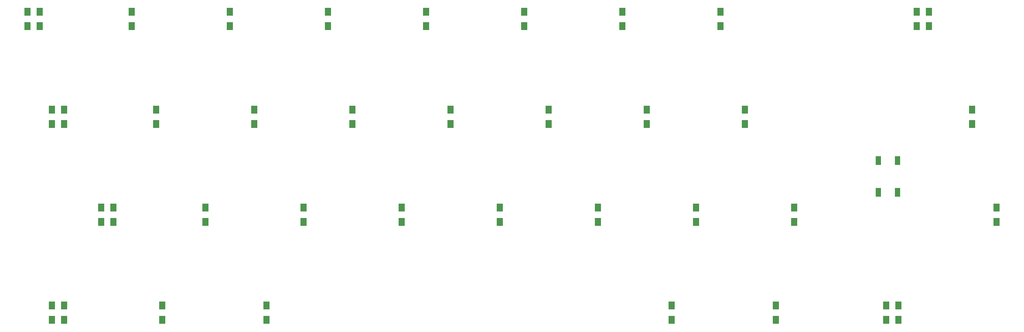
<source format=gbr>
G04 #@! TF.GenerationSoftware,KiCad,Pcbnew,(5.1.4)-1*
G04 #@! TF.CreationDate,2021-02-22T16:30:36-08:00*
G04 #@! TF.ProjectId,Rosies Board,526f7369-6573-4204-926f-6172642e6b69,rev?*
G04 #@! TF.SameCoordinates,Original*
G04 #@! TF.FileFunction,Paste,Bot*
G04 #@! TF.FilePolarity,Positive*
%FSLAX46Y46*%
G04 Gerber Fmt 4.6, Leading zero omitted, Abs format (unit mm)*
G04 Created by KiCad (PCBNEW (5.1.4)-1) date 2021-02-22 16:30:36*
%MOMM*%
%LPD*%
G04 APERTURE LIST*
%ADD10R,1.100000X1.800000*%
%ADD11R,1.200000X1.600000*%
G04 APERTURE END LIST*
D10*
X215331920Y-52523460D03*
X211631920Y-58723460D03*
X211631920Y-52523460D03*
X215331920Y-58723460D03*
D11*
X221457180Y-26403230D03*
X221457180Y-23603230D03*
X215504030Y-83553470D03*
X215504030Y-80753470D03*
X213122770Y-83553470D03*
X213122770Y-80753470D03*
X191691430Y-83553470D03*
X191691430Y-80753470D03*
X171450720Y-83553470D03*
X171450720Y-80753470D03*
X92869140Y-83553470D03*
X92869140Y-80753470D03*
X72628430Y-83553470D03*
X72628430Y-80753470D03*
X53578350Y-83553470D03*
X53578350Y-80753470D03*
X51197090Y-83553470D03*
X51197090Y-80753470D03*
X234554110Y-64503390D03*
X234554110Y-61703390D03*
X195263320Y-64503390D03*
X195263320Y-61703390D03*
X176213240Y-64503390D03*
X176213240Y-61703390D03*
X157163160Y-64503390D03*
X157163160Y-61703390D03*
X138113080Y-64503390D03*
X138113080Y-61703390D03*
X119063000Y-64503390D03*
X119063000Y-61703390D03*
X100012920Y-64503390D03*
X100012920Y-61703390D03*
X80962840Y-64503390D03*
X80962840Y-61703390D03*
X63103390Y-64503390D03*
X63103390Y-61703390D03*
X60722130Y-64503390D03*
X60722130Y-61703390D03*
X229791590Y-45453310D03*
X229791590Y-42653310D03*
X185738280Y-45453310D03*
X185738280Y-42653310D03*
X166688200Y-45453310D03*
X166688200Y-42653310D03*
X147638120Y-45453310D03*
X147638120Y-42653310D03*
X128588040Y-45453310D03*
X128588040Y-42653310D03*
X109537960Y-45453310D03*
X109537960Y-42653310D03*
X90487880Y-45453310D03*
X90487880Y-42653310D03*
X71437800Y-45453310D03*
X71437800Y-42653310D03*
X53578350Y-45453310D03*
X53578350Y-42653310D03*
X51197090Y-45453310D03*
X51197090Y-42653310D03*
X219075920Y-26403230D03*
X219075920Y-23603230D03*
X180975760Y-26403230D03*
X180975760Y-23603230D03*
X161925680Y-26403230D03*
X161925680Y-23603230D03*
X142875600Y-26403230D03*
X142875600Y-23603230D03*
X123825520Y-26403230D03*
X123825520Y-23603230D03*
X104775440Y-26403230D03*
X104775440Y-23603230D03*
X85725360Y-26403230D03*
X85725360Y-23603230D03*
X66675280Y-26403230D03*
X66675280Y-23603230D03*
X48815830Y-26403230D03*
X48815830Y-23603230D03*
X46434570Y-26403230D03*
X46434570Y-23603230D03*
M02*

</source>
